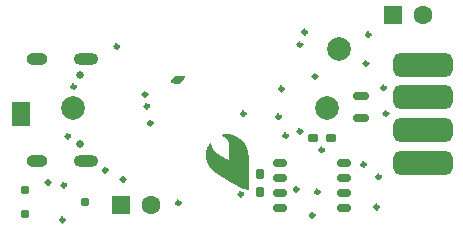
<source format=gbs>
%TF.GenerationSoftware,KiCad,Pcbnew,7.0.5*%
%TF.CreationDate,2023-06-19T14:48:08+02:00*%
%TF.ProjectId,candleLightfd-S01,63616e64-6c65-44c6-9967-687466642d53,R01*%
%TF.SameCoordinates,Original*%
%TF.FileFunction,Soldermask,Bot*%
%TF.FilePolarity,Negative*%
%FSLAX46Y46*%
G04 Gerber Fmt 4.6, Leading zero omitted, Abs format (unit mm)*
G04 Created by KiCad (PCBNEW 7.0.5) date 2023-06-19 14:48:08*
%MOMM*%
%LPD*%
G01*
G04 APERTURE LIST*
G04 Aperture macros list*
%AMRoundRect*
0 Rectangle with rounded corners*
0 $1 Rounding radius*
0 $2 $3 $4 $5 $6 $7 $8 $9 X,Y pos of 4 corners*
0 Add a 4 corners polygon primitive as box body*
4,1,4,$2,$3,$4,$5,$6,$7,$8,$9,$2,$3,0*
0 Add four circle primitives for the rounded corners*
1,1,$1+$1,$2,$3*
1,1,$1+$1,$4,$5*
1,1,$1+$1,$6,$7*
1,1,$1+$1,$8,$9*
0 Add four rect primitives between the rounded corners*
20,1,$1+$1,$2,$3,$4,$5,0*
20,1,$1+$1,$4,$5,$6,$7,0*
20,1,$1+$1,$6,$7,$8,$9,0*
20,1,$1+$1,$8,$9,$2,$3,0*%
G04 Aperture macros list end*
%ADD10C,0.300000*%
%ADD11C,0.100000*%
%ADD12C,0.010000*%
%ADD13C,0.787000*%
%ADD14C,0.650000*%
%ADD15O,2.100000X1.000000*%
%ADD16O,1.800000X1.000000*%
%ADD17RoundRect,0.500000X-2.000000X0.500000X-2.000000X-0.500000X2.000000X-0.500000X2.000000X0.500000X0*%
%ADD18R,1.600000X1.600000*%
%ADD19C,1.600000*%
%ADD20RoundRect,0.150000X-0.420000X-0.150000X0.420000X-0.150000X0.420000X0.150000X-0.420000X0.150000X0*%
%ADD21C,2.000000*%
%ADD22RoundRect,0.187500X0.212500X0.187500X-0.212500X0.187500X-0.212500X-0.187500X0.212500X-0.187500X0*%
%ADD23RoundRect,0.175000X-0.475000X0.175000X-0.475000X-0.175000X0.475000X-0.175000X0.475000X0.175000X0*%
%ADD24RoundRect,0.187500X-0.187500X0.212500X-0.187500X-0.212500X0.187500X-0.212500X0.187500X0.212500X0*%
G04 APERTURE END LIST*
D10*
X106700000Y-127700500D02*
G75*
G03*
X106700000Y-127700500I-150000J0D01*
G01*
X127325500Y-136625500D02*
G75*
G03*
X127325500Y-136625500I-150000J0D01*
G01*
X104550000Y-135824500D02*
G75*
G03*
X104550000Y-135824500I-150000J0D01*
G01*
X132950000Y-127800000D02*
G75*
G03*
X132950000Y-127800000I-150000J0D01*
G01*
X124650000Y-131850000D02*
G75*
G03*
X124650000Y-131850000I-150000J0D01*
G01*
X127150000Y-126850000D02*
G75*
G03*
X127150000Y-126850000I-150000J0D01*
G01*
X110900500Y-135569301D02*
G75*
G03*
X110900500Y-135569301I-150000J0D01*
G01*
X133150500Y-130000000D02*
G75*
G03*
X133150500Y-130000000I-150000J0D01*
G01*
X112744115Y-128362729D02*
G75*
G03*
X112744115Y-128362729I-150000J0D01*
G01*
X113200000Y-130800000D02*
G75*
G03*
X113200000Y-130800000I-150000J0D01*
G01*
X132350000Y-137900000D02*
G75*
G03*
X132350000Y-137900000I-150000J0D01*
G01*
X132525500Y-135337701D02*
G75*
G03*
X132525500Y-135337701I-150000J0D01*
G01*
X125850000Y-131500000D02*
G75*
G03*
X125850000Y-131500000I-150000J0D01*
G01*
X126900000Y-138600000D02*
G75*
G03*
X126900000Y-138600000I-150000J0D01*
G01*
X131250000Y-134300000D02*
G75*
G03*
X131250000Y-134300000I-150000J0D01*
G01*
X127705074Y-133055074D02*
G75*
G03*
X127705074Y-133055074I-150000J0D01*
G01*
X126250000Y-123100000D02*
G75*
G03*
X126250000Y-123100000I-150000J0D01*
G01*
X125550000Y-136400000D02*
G75*
G03*
X125550000Y-136400000I-150000J0D01*
G01*
X124050000Y-130250000D02*
G75*
G03*
X124050000Y-130250000I-150000J0D01*
G01*
X120850000Y-136800000D02*
G75*
G03*
X120850000Y-136800000I-150000J0D01*
G01*
X105866784Y-136040375D02*
G75*
G03*
X105866784Y-136040375I-150000J0D01*
G01*
X106200000Y-131900000D02*
G75*
G03*
X106200000Y-131900000I-150000J0D01*
G01*
X109375500Y-134775500D02*
G75*
G03*
X109375500Y-134775500I-150000J0D01*
G01*
X115550000Y-137550000D02*
G75*
G03*
X115550000Y-137550000I-150000J0D01*
G01*
X131450000Y-125750000D02*
G75*
G03*
X131450000Y-125750000I-150000J0D01*
G01*
X112900000Y-129350000D02*
G75*
G03*
X112900000Y-129350000I-150000J0D01*
G01*
X110350000Y-124300000D02*
G75*
G03*
X110350000Y-124300000I-150000J0D01*
G01*
X125850000Y-124150000D02*
G75*
G03*
X125850000Y-124150000I-150000J0D01*
G01*
X121067241Y-129992643D02*
G75*
G03*
X121067241Y-129992643I-150000J0D01*
G01*
X124300000Y-127900000D02*
G75*
G03*
X124300000Y-127900000I-150000J0D01*
G01*
X105750000Y-139000000D02*
G75*
G03*
X105750000Y-139000000I-150000J0D01*
G01*
X131650000Y-123300000D02*
G75*
G03*
X131650000Y-123300000I-150000J0D01*
G01*
%TO.C,NB2*%
D11*
X102800000Y-130950000D02*
X101300000Y-130950000D01*
X101300000Y-129050000D01*
X102800000Y-129050000D01*
X102800000Y-130950000D01*
G36*
X102800000Y-130950000D02*
G01*
X101300000Y-130950000D01*
X101300000Y-129050000D01*
X102800000Y-129050000D01*
X102800000Y-130950000D01*
G37*
%TO.C,NB1*%
D12*
X115560840Y-126783420D02*
X115671679Y-126790975D01*
X115770669Y-126801141D01*
X115844809Y-126813074D01*
X115881099Y-126825927D01*
X115887412Y-126840728D01*
X115877925Y-126894227D01*
X115843431Y-126970971D01*
X115789609Y-127060920D01*
X115722139Y-127154036D01*
X115646700Y-127240279D01*
X115490956Y-127399900D01*
X115339497Y-127399278D01*
X115095983Y-127376180D01*
X114851944Y-127306792D01*
X114825064Y-127296457D01*
X114774536Y-127271827D01*
X114760164Y-127247494D01*
X114772672Y-127212414D01*
X114800463Y-127163873D01*
X114898876Y-127035718D01*
X115019909Y-126922829D01*
X115150560Y-126836164D01*
X115277827Y-126786679D01*
X115287233Y-126784886D01*
X115355616Y-126779530D01*
X115451152Y-126779323D01*
X115560840Y-126783420D01*
G36*
X115560840Y-126783420D02*
G01*
X115671679Y-126790975D01*
X115770669Y-126801141D01*
X115844809Y-126813074D01*
X115881099Y-126825927D01*
X115887412Y-126840728D01*
X115877925Y-126894227D01*
X115843431Y-126970971D01*
X115789609Y-127060920D01*
X115722139Y-127154036D01*
X115646700Y-127240279D01*
X115490956Y-127399900D01*
X115339497Y-127399278D01*
X115095983Y-127376180D01*
X114851944Y-127306792D01*
X114825064Y-127296457D01*
X114774536Y-127271827D01*
X114760164Y-127247494D01*
X114772672Y-127212414D01*
X114800463Y-127163873D01*
X114898876Y-127035718D01*
X115019909Y-126922829D01*
X115150560Y-126836164D01*
X115277827Y-126786679D01*
X115287233Y-126784886D01*
X115355616Y-126779530D01*
X115451152Y-126779323D01*
X115560840Y-126783420D01*
G37*
X119703323Y-131736117D02*
X119979633Y-131788445D01*
X120246592Y-131885314D01*
X120496164Y-132023818D01*
X120720315Y-132201051D01*
X120794255Y-132273796D01*
X120912863Y-132410471D01*
X121012821Y-132557798D01*
X121096082Y-132721485D01*
X121164596Y-132907240D01*
X121220314Y-133120770D01*
X121265187Y-133367782D01*
X121301168Y-133653985D01*
X121330207Y-133985085D01*
X121335785Y-134086232D01*
X121340512Y-134229896D01*
X121343980Y-134403327D01*
X121346237Y-134599807D01*
X121347333Y-134812617D01*
X121347317Y-135035040D01*
X121346237Y-135260359D01*
X121344142Y-135481855D01*
X121341081Y-135692811D01*
X121337102Y-135886509D01*
X121332255Y-136056231D01*
X121326589Y-136195261D01*
X121320151Y-136296879D01*
X121312992Y-136354369D01*
X121312911Y-136354728D01*
X121307707Y-136379297D01*
X121300781Y-136396742D01*
X121286582Y-136405275D01*
X121259559Y-136403113D01*
X121214163Y-136388470D01*
X121144842Y-136359561D01*
X121046048Y-136314601D01*
X120912228Y-136251804D01*
X120737833Y-136169386D01*
X120408845Y-136010715D01*
X119996534Y-135801625D01*
X119615144Y-135596104D01*
X119267210Y-135395742D01*
X118955270Y-135202132D01*
X118681861Y-135016862D01*
X118449520Y-134841524D01*
X118260783Y-134677708D01*
X118118189Y-134527004D01*
X118095647Y-134498948D01*
X117956265Y-134280891D01*
X117855605Y-134037589D01*
X117794338Y-133776578D01*
X117773131Y-133505394D01*
X117792654Y-133231574D01*
X117853576Y-132962654D01*
X117956565Y-132706170D01*
X117977588Y-132665065D01*
X118035243Y-132564418D01*
X118078859Y-132511325D01*
X118109844Y-132505214D01*
X118129604Y-132545512D01*
X118139549Y-132631646D01*
X118141899Y-132667634D01*
X118169217Y-132829571D01*
X118226402Y-132972095D01*
X118318436Y-133102628D01*
X118450304Y-133228591D01*
X118626990Y-133357404D01*
X118705502Y-133407743D01*
X118835248Y-133486166D01*
X118977206Y-133567581D01*
X119124368Y-133648396D01*
X119269726Y-133725019D01*
X119406270Y-133793861D01*
X119526992Y-133851330D01*
X119624884Y-133893834D01*
X119692937Y-133917783D01*
X119724142Y-133919585D01*
X119726842Y-133906780D01*
X119730592Y-133849543D01*
X119733612Y-133753294D01*
X119735754Y-133625265D01*
X119736870Y-133472691D01*
X119736811Y-133302803D01*
X119736767Y-133292299D01*
X119733460Y-133033403D01*
X119725510Y-132818739D01*
X119712073Y-132642058D01*
X119692305Y-132497112D01*
X119665363Y-132377653D01*
X119630402Y-132277432D01*
X119586580Y-132190202D01*
X119532558Y-132114932D01*
X119427927Y-132011188D01*
X119307261Y-131924890D01*
X119188725Y-131870627D01*
X119167717Y-131863606D01*
X119112843Y-131836364D01*
X119090841Y-131810152D01*
X119095497Y-131793875D01*
X119123723Y-131773500D01*
X119183242Y-131757343D01*
X119280570Y-131743855D01*
X119422229Y-131731491D01*
X119425697Y-131731237D01*
X119703323Y-131736117D01*
G36*
X119703323Y-131736117D02*
G01*
X119979633Y-131788445D01*
X120246592Y-131885314D01*
X120496164Y-132023818D01*
X120720315Y-132201051D01*
X120794255Y-132273796D01*
X120912863Y-132410471D01*
X121012821Y-132557798D01*
X121096082Y-132721485D01*
X121164596Y-132907240D01*
X121220314Y-133120770D01*
X121265187Y-133367782D01*
X121301168Y-133653985D01*
X121330207Y-133985085D01*
X121335785Y-134086232D01*
X121340512Y-134229896D01*
X121343980Y-134403327D01*
X121346237Y-134599807D01*
X121347333Y-134812617D01*
X121347317Y-135035040D01*
X121346237Y-135260359D01*
X121344142Y-135481855D01*
X121341081Y-135692811D01*
X121337102Y-135886509D01*
X121332255Y-136056231D01*
X121326589Y-136195261D01*
X121320151Y-136296879D01*
X121312992Y-136354369D01*
X121312911Y-136354728D01*
X121307707Y-136379297D01*
X121300781Y-136396742D01*
X121286582Y-136405275D01*
X121259559Y-136403113D01*
X121214163Y-136388470D01*
X121144842Y-136359561D01*
X121046048Y-136314601D01*
X120912228Y-136251804D01*
X120737833Y-136169386D01*
X120408845Y-136010715D01*
X119996534Y-135801625D01*
X119615144Y-135596104D01*
X119267210Y-135395742D01*
X118955270Y-135202132D01*
X118681861Y-135016862D01*
X118449520Y-134841524D01*
X118260783Y-134677708D01*
X118118189Y-134527004D01*
X118095647Y-134498948D01*
X117956265Y-134280891D01*
X117855605Y-134037589D01*
X117794338Y-133776578D01*
X117773131Y-133505394D01*
X117792654Y-133231574D01*
X117853576Y-132962654D01*
X117956565Y-132706170D01*
X117977588Y-132665065D01*
X118035243Y-132564418D01*
X118078859Y-132511325D01*
X118109844Y-132505214D01*
X118129604Y-132545512D01*
X118139549Y-132631646D01*
X118141899Y-132667634D01*
X118169217Y-132829571D01*
X118226402Y-132972095D01*
X118318436Y-133102628D01*
X118450304Y-133228591D01*
X118626990Y-133357404D01*
X118705502Y-133407743D01*
X118835248Y-133486166D01*
X118977206Y-133567581D01*
X119124368Y-133648396D01*
X119269726Y-133725019D01*
X119406270Y-133793861D01*
X119526992Y-133851330D01*
X119624884Y-133893834D01*
X119692937Y-133917783D01*
X119724142Y-133919585D01*
X119726842Y-133906780D01*
X119730592Y-133849543D01*
X119733612Y-133753294D01*
X119735754Y-133625265D01*
X119736870Y-133472691D01*
X119736811Y-133302803D01*
X119736767Y-133292299D01*
X119733460Y-133033403D01*
X119725510Y-132818739D01*
X119712073Y-132642058D01*
X119692305Y-132497112D01*
X119665363Y-132377653D01*
X119630402Y-132277432D01*
X119586580Y-132190202D01*
X119532558Y-132114932D01*
X119427927Y-132011188D01*
X119307261Y-131924890D01*
X119188725Y-131870627D01*
X119167717Y-131863606D01*
X119112843Y-131836364D01*
X119090841Y-131810152D01*
X119095497Y-131793875D01*
X119123723Y-131773500D01*
X119183242Y-131757343D01*
X119280570Y-131743855D01*
X119422229Y-131731491D01*
X119425697Y-131731237D01*
X119703323Y-131736117D01*
G37*
%TD*%
D13*
%TO.C,X3*%
X107540000Y-137500000D03*
X102460000Y-138516000D03*
X102460000Y-136484000D03*
%TD*%
D14*
%TO.C,X1*%
X107105000Y-126760000D03*
X107105000Y-132540000D03*
D15*
X107605000Y-125330000D03*
D16*
X103425000Y-125330000D03*
D15*
X107605000Y-133970000D03*
D16*
X103425000Y-133970000D03*
%TD*%
D17*
%TO.C,X2*%
X136100000Y-134155000D03*
X136100000Y-131385000D03*
X136100000Y-128615000D03*
X136100000Y-125845000D03*
%TD*%
D18*
%TO.C,P2*%
X110580000Y-137750000D03*
D19*
X113120000Y-137750000D03*
%TD*%
D18*
%TO.C,P1*%
X133600000Y-121650000D03*
D19*
X136140000Y-121650000D03*
%TD*%
D20*
%TO.C,U4*%
X124050000Y-138005000D03*
X124050000Y-136735000D03*
X124050000Y-135465000D03*
X124050000Y-134195000D03*
X129450000Y-134195000D03*
X129450000Y-135465000D03*
X129450000Y-136735000D03*
X129450000Y-138005000D03*
%TD*%
D21*
%TO.C,TP2*%
X128000000Y-129500000D03*
%TD*%
%TO.C,TP3*%
X129000000Y-124500000D03*
%TD*%
%TO.C,TP1*%
X106500000Y-129500000D03*
%TD*%
D22*
%TO.C,C9*%
X128350000Y-132050000D03*
X126850000Y-132050000D03*
%TD*%
D23*
%TO.C,R8*%
X130850000Y-128500000D03*
X130850000Y-130400000D03*
%TD*%
D24*
%TO.C,C11*%
X122300000Y-135100000D03*
X122300000Y-136600000D03*
%TD*%
M02*

</source>
